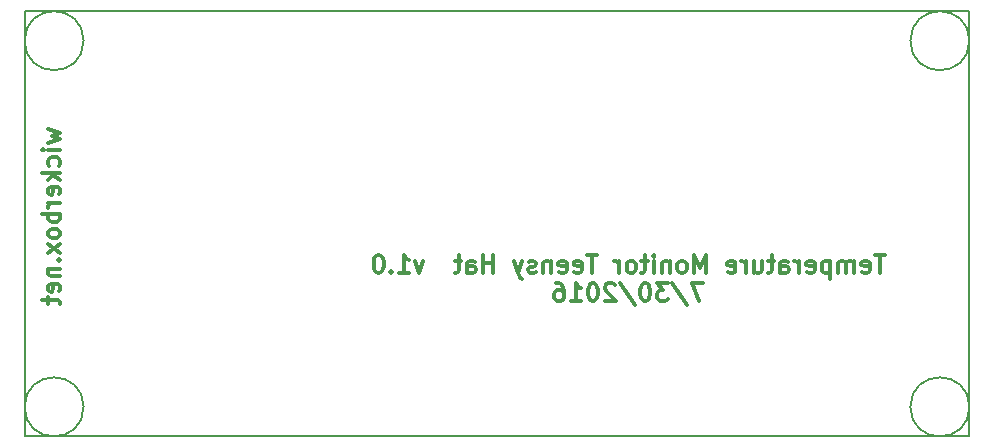
<source format=gbo>
G04 #@! TF.FileFunction,Legend,Bot*
%FSLAX46Y46*%
G04 Gerber Fmt 4.6, Leading zero omitted, Abs format (unit mm)*
G04 Created by KiCad (PCBNEW 4.0.1-3.201512221402+6198~38~ubuntu14.04.1-stable) date Sat 13 Aug 2016 09:47:32 AM PDT*
%MOMM*%
G01*
G04 APERTURE LIST*
%ADD10C,0.100000*%
%ADD11C,0.300000*%
%ADD12C,0.150000*%
G04 APERTURE END LIST*
D10*
D11*
X100186371Y-87257857D02*
X101186371Y-87543571D01*
X100472086Y-87829285D01*
X101186371Y-88115000D01*
X100186371Y-88400714D01*
X101186371Y-88972143D02*
X100186371Y-88972143D01*
X99686371Y-88972143D02*
X99757800Y-88900714D01*
X99829229Y-88972143D01*
X99757800Y-89043571D01*
X99686371Y-88972143D01*
X99829229Y-88972143D01*
X101114943Y-90329286D02*
X101186371Y-90186429D01*
X101186371Y-89900715D01*
X101114943Y-89757857D01*
X101043514Y-89686429D01*
X100900657Y-89615000D01*
X100472086Y-89615000D01*
X100329229Y-89686429D01*
X100257800Y-89757857D01*
X100186371Y-89900715D01*
X100186371Y-90186429D01*
X100257800Y-90329286D01*
X101186371Y-90972143D02*
X99686371Y-90972143D01*
X100614943Y-91115000D02*
X101186371Y-91543571D01*
X100186371Y-91543571D02*
X100757800Y-90972143D01*
X101114943Y-92757857D02*
X101186371Y-92615000D01*
X101186371Y-92329286D01*
X101114943Y-92186429D01*
X100972086Y-92115000D01*
X100400657Y-92115000D01*
X100257800Y-92186429D01*
X100186371Y-92329286D01*
X100186371Y-92615000D01*
X100257800Y-92757857D01*
X100400657Y-92829286D01*
X100543514Y-92829286D01*
X100686371Y-92115000D01*
X101186371Y-93472143D02*
X100186371Y-93472143D01*
X100472086Y-93472143D02*
X100329229Y-93543571D01*
X100257800Y-93615000D01*
X100186371Y-93757857D01*
X100186371Y-93900714D01*
X101186371Y-94400714D02*
X99686371Y-94400714D01*
X100257800Y-94400714D02*
X100186371Y-94543571D01*
X100186371Y-94829285D01*
X100257800Y-94972142D01*
X100329229Y-95043571D01*
X100472086Y-95115000D01*
X100900657Y-95115000D01*
X101043514Y-95043571D01*
X101114943Y-94972142D01*
X101186371Y-94829285D01*
X101186371Y-94543571D01*
X101114943Y-94400714D01*
X101186371Y-95972143D02*
X101114943Y-95829285D01*
X101043514Y-95757857D01*
X100900657Y-95686428D01*
X100472086Y-95686428D01*
X100329229Y-95757857D01*
X100257800Y-95829285D01*
X100186371Y-95972143D01*
X100186371Y-96186428D01*
X100257800Y-96329285D01*
X100329229Y-96400714D01*
X100472086Y-96472143D01*
X100900657Y-96472143D01*
X101043514Y-96400714D01*
X101114943Y-96329285D01*
X101186371Y-96186428D01*
X101186371Y-95972143D01*
X101186371Y-96972143D02*
X100186371Y-97757857D01*
X100186371Y-96972143D02*
X101186371Y-97757857D01*
X101043514Y-98329286D02*
X101114943Y-98400714D01*
X101186371Y-98329286D01*
X101114943Y-98257857D01*
X101043514Y-98329286D01*
X101186371Y-98329286D01*
X100186371Y-99043572D02*
X101186371Y-99043572D01*
X100329229Y-99043572D02*
X100257800Y-99115000D01*
X100186371Y-99257858D01*
X100186371Y-99472143D01*
X100257800Y-99615000D01*
X100400657Y-99686429D01*
X101186371Y-99686429D01*
X101114943Y-100972143D02*
X101186371Y-100829286D01*
X101186371Y-100543572D01*
X101114943Y-100400715D01*
X100972086Y-100329286D01*
X100400657Y-100329286D01*
X100257800Y-100400715D01*
X100186371Y-100543572D01*
X100186371Y-100829286D01*
X100257800Y-100972143D01*
X100400657Y-101043572D01*
X100543514Y-101043572D01*
X100686371Y-100329286D01*
X100186371Y-101472143D02*
X100186371Y-102043572D01*
X99686371Y-101686429D02*
X100972086Y-101686429D01*
X101114943Y-101757857D01*
X101186371Y-101900715D01*
X101186371Y-102043572D01*
X171015485Y-97902171D02*
X170158342Y-97902171D01*
X170586913Y-99402171D02*
X170586913Y-97902171D01*
X169086914Y-99330743D02*
X169229771Y-99402171D01*
X169515485Y-99402171D01*
X169658342Y-99330743D01*
X169729771Y-99187886D01*
X169729771Y-98616457D01*
X169658342Y-98473600D01*
X169515485Y-98402171D01*
X169229771Y-98402171D01*
X169086914Y-98473600D01*
X169015485Y-98616457D01*
X169015485Y-98759314D01*
X169729771Y-98902171D01*
X168372628Y-99402171D02*
X168372628Y-98402171D01*
X168372628Y-98545029D02*
X168301200Y-98473600D01*
X168158342Y-98402171D01*
X167944057Y-98402171D01*
X167801200Y-98473600D01*
X167729771Y-98616457D01*
X167729771Y-99402171D01*
X167729771Y-98616457D02*
X167658342Y-98473600D01*
X167515485Y-98402171D01*
X167301200Y-98402171D01*
X167158342Y-98473600D01*
X167086914Y-98616457D01*
X167086914Y-99402171D01*
X166372628Y-98402171D02*
X166372628Y-99902171D01*
X166372628Y-98473600D02*
X166229771Y-98402171D01*
X165944057Y-98402171D01*
X165801200Y-98473600D01*
X165729771Y-98545029D01*
X165658342Y-98687886D01*
X165658342Y-99116457D01*
X165729771Y-99259314D01*
X165801200Y-99330743D01*
X165944057Y-99402171D01*
X166229771Y-99402171D01*
X166372628Y-99330743D01*
X164444057Y-99330743D02*
X164586914Y-99402171D01*
X164872628Y-99402171D01*
X165015485Y-99330743D01*
X165086914Y-99187886D01*
X165086914Y-98616457D01*
X165015485Y-98473600D01*
X164872628Y-98402171D01*
X164586914Y-98402171D01*
X164444057Y-98473600D01*
X164372628Y-98616457D01*
X164372628Y-98759314D01*
X165086914Y-98902171D01*
X163729771Y-99402171D02*
X163729771Y-98402171D01*
X163729771Y-98687886D02*
X163658343Y-98545029D01*
X163586914Y-98473600D01*
X163444057Y-98402171D01*
X163301200Y-98402171D01*
X162158343Y-99402171D02*
X162158343Y-98616457D01*
X162229772Y-98473600D01*
X162372629Y-98402171D01*
X162658343Y-98402171D01*
X162801200Y-98473600D01*
X162158343Y-99330743D02*
X162301200Y-99402171D01*
X162658343Y-99402171D01*
X162801200Y-99330743D01*
X162872629Y-99187886D01*
X162872629Y-99045029D01*
X162801200Y-98902171D01*
X162658343Y-98830743D01*
X162301200Y-98830743D01*
X162158343Y-98759314D01*
X161658343Y-98402171D02*
X161086914Y-98402171D01*
X161444057Y-97902171D02*
X161444057Y-99187886D01*
X161372629Y-99330743D01*
X161229771Y-99402171D01*
X161086914Y-99402171D01*
X159944057Y-98402171D02*
X159944057Y-99402171D01*
X160586914Y-98402171D02*
X160586914Y-99187886D01*
X160515486Y-99330743D01*
X160372628Y-99402171D01*
X160158343Y-99402171D01*
X160015486Y-99330743D01*
X159944057Y-99259314D01*
X159229771Y-99402171D02*
X159229771Y-98402171D01*
X159229771Y-98687886D02*
X159158343Y-98545029D01*
X159086914Y-98473600D01*
X158944057Y-98402171D01*
X158801200Y-98402171D01*
X157729772Y-99330743D02*
X157872629Y-99402171D01*
X158158343Y-99402171D01*
X158301200Y-99330743D01*
X158372629Y-99187886D01*
X158372629Y-98616457D01*
X158301200Y-98473600D01*
X158158343Y-98402171D01*
X157872629Y-98402171D01*
X157729772Y-98473600D01*
X157658343Y-98616457D01*
X157658343Y-98759314D01*
X158372629Y-98902171D01*
X155872629Y-99402171D02*
X155872629Y-97902171D01*
X155372629Y-98973600D01*
X154872629Y-97902171D01*
X154872629Y-99402171D01*
X153944057Y-99402171D02*
X154086915Y-99330743D01*
X154158343Y-99259314D01*
X154229772Y-99116457D01*
X154229772Y-98687886D01*
X154158343Y-98545029D01*
X154086915Y-98473600D01*
X153944057Y-98402171D01*
X153729772Y-98402171D01*
X153586915Y-98473600D01*
X153515486Y-98545029D01*
X153444057Y-98687886D01*
X153444057Y-99116457D01*
X153515486Y-99259314D01*
X153586915Y-99330743D01*
X153729772Y-99402171D01*
X153944057Y-99402171D01*
X152801200Y-98402171D02*
X152801200Y-99402171D01*
X152801200Y-98545029D02*
X152729772Y-98473600D01*
X152586914Y-98402171D01*
X152372629Y-98402171D01*
X152229772Y-98473600D01*
X152158343Y-98616457D01*
X152158343Y-99402171D01*
X151444057Y-99402171D02*
X151444057Y-98402171D01*
X151444057Y-97902171D02*
X151515486Y-97973600D01*
X151444057Y-98045029D01*
X151372629Y-97973600D01*
X151444057Y-97902171D01*
X151444057Y-98045029D01*
X150944057Y-98402171D02*
X150372628Y-98402171D01*
X150729771Y-97902171D02*
X150729771Y-99187886D01*
X150658343Y-99330743D01*
X150515485Y-99402171D01*
X150372628Y-99402171D01*
X149658342Y-99402171D02*
X149801200Y-99330743D01*
X149872628Y-99259314D01*
X149944057Y-99116457D01*
X149944057Y-98687886D01*
X149872628Y-98545029D01*
X149801200Y-98473600D01*
X149658342Y-98402171D01*
X149444057Y-98402171D01*
X149301200Y-98473600D01*
X149229771Y-98545029D01*
X149158342Y-98687886D01*
X149158342Y-99116457D01*
X149229771Y-99259314D01*
X149301200Y-99330743D01*
X149444057Y-99402171D01*
X149658342Y-99402171D01*
X148515485Y-99402171D02*
X148515485Y-98402171D01*
X148515485Y-98687886D02*
X148444057Y-98545029D01*
X148372628Y-98473600D01*
X148229771Y-98402171D01*
X148086914Y-98402171D01*
X146658343Y-97902171D02*
X145801200Y-97902171D01*
X146229771Y-99402171D02*
X146229771Y-97902171D01*
X144729772Y-99330743D02*
X144872629Y-99402171D01*
X145158343Y-99402171D01*
X145301200Y-99330743D01*
X145372629Y-99187886D01*
X145372629Y-98616457D01*
X145301200Y-98473600D01*
X145158343Y-98402171D01*
X144872629Y-98402171D01*
X144729772Y-98473600D01*
X144658343Y-98616457D01*
X144658343Y-98759314D01*
X145372629Y-98902171D01*
X143444058Y-99330743D02*
X143586915Y-99402171D01*
X143872629Y-99402171D01*
X144015486Y-99330743D01*
X144086915Y-99187886D01*
X144086915Y-98616457D01*
X144015486Y-98473600D01*
X143872629Y-98402171D01*
X143586915Y-98402171D01*
X143444058Y-98473600D01*
X143372629Y-98616457D01*
X143372629Y-98759314D01*
X144086915Y-98902171D01*
X142729772Y-98402171D02*
X142729772Y-99402171D01*
X142729772Y-98545029D02*
X142658344Y-98473600D01*
X142515486Y-98402171D01*
X142301201Y-98402171D01*
X142158344Y-98473600D01*
X142086915Y-98616457D01*
X142086915Y-99402171D01*
X141444058Y-99330743D02*
X141301201Y-99402171D01*
X141015486Y-99402171D01*
X140872629Y-99330743D01*
X140801201Y-99187886D01*
X140801201Y-99116457D01*
X140872629Y-98973600D01*
X141015486Y-98902171D01*
X141229772Y-98902171D01*
X141372629Y-98830743D01*
X141444058Y-98687886D01*
X141444058Y-98616457D01*
X141372629Y-98473600D01*
X141229772Y-98402171D01*
X141015486Y-98402171D01*
X140872629Y-98473600D01*
X140301200Y-98402171D02*
X139944057Y-99402171D01*
X139586915Y-98402171D02*
X139944057Y-99402171D01*
X140086915Y-99759314D01*
X140158343Y-99830743D01*
X140301200Y-99902171D01*
X137872629Y-99402171D02*
X137872629Y-97902171D01*
X137872629Y-98616457D02*
X137015486Y-98616457D01*
X137015486Y-99402171D02*
X137015486Y-97902171D01*
X135658343Y-99402171D02*
X135658343Y-98616457D01*
X135729772Y-98473600D01*
X135872629Y-98402171D01*
X136158343Y-98402171D01*
X136301200Y-98473600D01*
X135658343Y-99330743D02*
X135801200Y-99402171D01*
X136158343Y-99402171D01*
X136301200Y-99330743D01*
X136372629Y-99187886D01*
X136372629Y-99045029D01*
X136301200Y-98902171D01*
X136158343Y-98830743D01*
X135801200Y-98830743D01*
X135658343Y-98759314D01*
X135158343Y-98402171D02*
X134586914Y-98402171D01*
X134944057Y-97902171D02*
X134944057Y-99187886D01*
X134872629Y-99330743D01*
X134729771Y-99402171D01*
X134586914Y-99402171D01*
X131944057Y-98402171D02*
X131586914Y-99402171D01*
X131229772Y-98402171D01*
X129872629Y-99402171D02*
X130729772Y-99402171D01*
X130301200Y-99402171D02*
X130301200Y-97902171D01*
X130444057Y-98116457D01*
X130586915Y-98259314D01*
X130729772Y-98330743D01*
X129229772Y-99259314D02*
X129158344Y-99330743D01*
X129229772Y-99402171D01*
X129301201Y-99330743D01*
X129229772Y-99259314D01*
X129229772Y-99402171D01*
X128229772Y-97902171D02*
X128086915Y-97902171D01*
X127944058Y-97973600D01*
X127872629Y-98045029D01*
X127801200Y-98187886D01*
X127729772Y-98473600D01*
X127729772Y-98830743D01*
X127801200Y-99116457D01*
X127872629Y-99259314D01*
X127944058Y-99330743D01*
X128086915Y-99402171D01*
X128229772Y-99402171D01*
X128372629Y-99330743D01*
X128444058Y-99259314D01*
X128515486Y-99116457D01*
X128586915Y-98830743D01*
X128586915Y-98473600D01*
X128515486Y-98187886D01*
X128444058Y-98045029D01*
X128372629Y-97973600D01*
X128229772Y-97902171D01*
X155658341Y-100302171D02*
X154658341Y-100302171D01*
X155301198Y-101802171D01*
X153015485Y-100230743D02*
X154301199Y-102159314D01*
X152658341Y-100302171D02*
X151729770Y-100302171D01*
X152229770Y-100873600D01*
X152015484Y-100873600D01*
X151872627Y-100945029D01*
X151801198Y-101016457D01*
X151729770Y-101159314D01*
X151729770Y-101516457D01*
X151801198Y-101659314D01*
X151872627Y-101730743D01*
X152015484Y-101802171D01*
X152444056Y-101802171D01*
X152586913Y-101730743D01*
X152658341Y-101659314D01*
X150801199Y-100302171D02*
X150658342Y-100302171D01*
X150515485Y-100373600D01*
X150444056Y-100445029D01*
X150372627Y-100587886D01*
X150301199Y-100873600D01*
X150301199Y-101230743D01*
X150372627Y-101516457D01*
X150444056Y-101659314D01*
X150515485Y-101730743D01*
X150658342Y-101802171D01*
X150801199Y-101802171D01*
X150944056Y-101730743D01*
X151015485Y-101659314D01*
X151086913Y-101516457D01*
X151158342Y-101230743D01*
X151158342Y-100873600D01*
X151086913Y-100587886D01*
X151015485Y-100445029D01*
X150944056Y-100373600D01*
X150801199Y-100302171D01*
X148586914Y-100230743D02*
X149872628Y-102159314D01*
X148158342Y-100445029D02*
X148086913Y-100373600D01*
X147944056Y-100302171D01*
X147586913Y-100302171D01*
X147444056Y-100373600D01*
X147372627Y-100445029D01*
X147301199Y-100587886D01*
X147301199Y-100730743D01*
X147372627Y-100945029D01*
X148229770Y-101802171D01*
X147301199Y-101802171D01*
X146372628Y-100302171D02*
X146229771Y-100302171D01*
X146086914Y-100373600D01*
X146015485Y-100445029D01*
X145944056Y-100587886D01*
X145872628Y-100873600D01*
X145872628Y-101230743D01*
X145944056Y-101516457D01*
X146015485Y-101659314D01*
X146086914Y-101730743D01*
X146229771Y-101802171D01*
X146372628Y-101802171D01*
X146515485Y-101730743D01*
X146586914Y-101659314D01*
X146658342Y-101516457D01*
X146729771Y-101230743D01*
X146729771Y-100873600D01*
X146658342Y-100587886D01*
X146586914Y-100445029D01*
X146515485Y-100373600D01*
X146372628Y-100302171D01*
X144444057Y-101802171D02*
X145301200Y-101802171D01*
X144872628Y-101802171D02*
X144872628Y-100302171D01*
X145015485Y-100516457D01*
X145158343Y-100659314D01*
X145301200Y-100730743D01*
X143158343Y-100302171D02*
X143444057Y-100302171D01*
X143586914Y-100373600D01*
X143658343Y-100445029D01*
X143801200Y-100659314D01*
X143872629Y-100945029D01*
X143872629Y-101516457D01*
X143801200Y-101659314D01*
X143729772Y-101730743D01*
X143586914Y-101802171D01*
X143301200Y-101802171D01*
X143158343Y-101730743D01*
X143086914Y-101659314D01*
X143015486Y-101516457D01*
X143015486Y-101159314D01*
X143086914Y-101016457D01*
X143158343Y-100945029D01*
X143301200Y-100873600D01*
X143586914Y-100873600D01*
X143729772Y-100945029D01*
X143801200Y-101016457D01*
X143872629Y-101159314D01*
D12*
X103179880Y-79756000D02*
G75*
G03X103179880Y-79756000I-2499360J0D01*
G01*
X103179880Y-110756700D02*
G75*
G03X103179880Y-110756700I-2499360J0D01*
G01*
X178181000Y-110756700D02*
G75*
G03X178181000Y-110756700I-2501900J0D01*
G01*
X178178460Y-79756000D02*
G75*
G03X178178460Y-79756000I-2499360J0D01*
G01*
X178181000Y-77256640D02*
X98181160Y-77256640D01*
X98181160Y-77256640D02*
X98181160Y-113256060D01*
X98181160Y-113256060D02*
X178181000Y-113256060D01*
X178181000Y-113256060D02*
X178181000Y-77256640D01*
M02*

</source>
